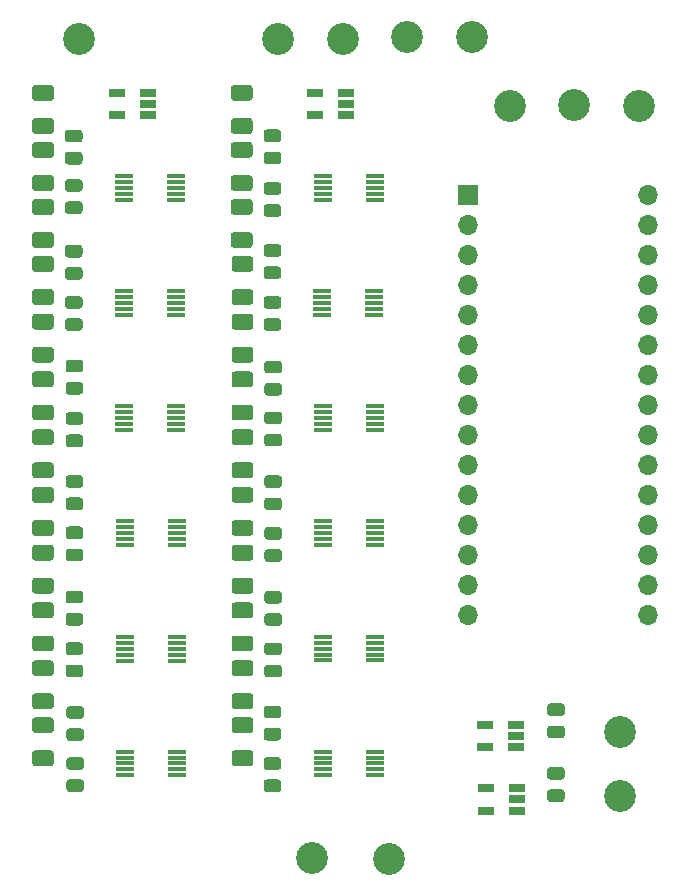
<source format=gbr>
%TF.GenerationSoftware,KiCad,Pcbnew,5.1.6-c6e7f7d~86~ubuntu18.04.1*%
%TF.CreationDate,2020-07-15T12:18:57+12:00*%
%TF.ProjectId,Volume Controller,566f6c75-6d65-4204-936f-6e74726f6c6c,rev?*%
%TF.SameCoordinates,Original*%
%TF.FileFunction,Soldermask,Top*%
%TF.FilePolarity,Negative*%
%FSLAX46Y46*%
G04 Gerber Fmt 4.6, Leading zero omitted, Abs format (unit mm)*
G04 Created by KiCad (PCBNEW 5.1.6-c6e7f7d~86~ubuntu18.04.1) date 2020-07-15 12:18:57*
%MOMM*%
%LPD*%
G01*
G04 APERTURE LIST*
%ADD10R,1.700000X1.700000*%
%ADD11O,1.700000X1.700000*%
%ADD12R,1.320000X0.750000*%
%ADD13R,1.500000X0.400000*%
%ADD14C,2.700000*%
G04 APERTURE END LIST*
D10*
%TO.C,A1*%
X171259500Y-61722000D03*
D11*
X186499500Y-94742000D03*
X171259500Y-64262000D03*
X186499500Y-92202000D03*
X171259500Y-66802000D03*
X186499500Y-89662000D03*
X171259500Y-69342000D03*
X186499500Y-87122000D03*
X171259500Y-71882000D03*
X186499500Y-84582000D03*
X171259500Y-74422000D03*
X186499500Y-82042000D03*
X171259500Y-76962000D03*
X186499500Y-79502000D03*
X171259500Y-79502000D03*
X186499500Y-76962000D03*
X171259500Y-82042000D03*
X186499500Y-74422000D03*
X171259500Y-84582000D03*
X186499500Y-71882000D03*
X171259500Y-87122000D03*
X186499500Y-69342000D03*
X171259500Y-89662000D03*
X186499500Y-66802000D03*
X171259500Y-92202000D03*
X186499500Y-64262000D03*
X171259500Y-94742000D03*
X186499500Y-61722000D03*
X171259500Y-97282000D03*
X186499500Y-97282000D03*
%TD*%
%TO.C,R1*%
G36*
G01*
X151430500Y-52408000D02*
X152740500Y-52408000D01*
G75*
G02*
X153010500Y-52678000I0J-270000D01*
G01*
X153010500Y-53488000D01*
G75*
G02*
X152740500Y-53758000I-270000J0D01*
G01*
X151430500Y-53758000D01*
G75*
G02*
X151160500Y-53488000I0J270000D01*
G01*
X151160500Y-52678000D01*
G75*
G02*
X151430500Y-52408000I270000J0D01*
G01*
G37*
G36*
G01*
X151430500Y-55208000D02*
X152740500Y-55208000D01*
G75*
G02*
X153010500Y-55478000I0J-270000D01*
G01*
X153010500Y-56288000D01*
G75*
G02*
X152740500Y-56558000I-270000J0D01*
G01*
X151430500Y-56558000D01*
G75*
G02*
X151160500Y-56288000I0J270000D01*
G01*
X151160500Y-55478000D01*
G75*
G02*
X151430500Y-55208000I270000J0D01*
G01*
G37*
%TD*%
%TO.C,R3*%
G36*
G01*
X151427500Y-57237000D02*
X152737500Y-57237000D01*
G75*
G02*
X153007500Y-57507000I0J-270000D01*
G01*
X153007500Y-58317000D01*
G75*
G02*
X152737500Y-58587000I-270000J0D01*
G01*
X151427500Y-58587000D01*
G75*
G02*
X151157500Y-58317000I0J270000D01*
G01*
X151157500Y-57507000D01*
G75*
G02*
X151427500Y-57237000I270000J0D01*
G01*
G37*
G36*
G01*
X151427500Y-60037000D02*
X152737500Y-60037000D01*
G75*
G02*
X153007500Y-60307000I0J-270000D01*
G01*
X153007500Y-61117000D01*
G75*
G02*
X152737500Y-61387000I-270000J0D01*
G01*
X151427500Y-61387000D01*
G75*
G02*
X151157500Y-61117000I0J270000D01*
G01*
X151157500Y-60307000D01*
G75*
G02*
X151427500Y-60037000I270000J0D01*
G01*
G37*
%TD*%
%TO.C,R5*%
G36*
G01*
X151427500Y-62063000D02*
X152737500Y-62063000D01*
G75*
G02*
X153007500Y-62333000I0J-270000D01*
G01*
X153007500Y-63143000D01*
G75*
G02*
X152737500Y-63413000I-270000J0D01*
G01*
X151427500Y-63413000D01*
G75*
G02*
X151157500Y-63143000I0J270000D01*
G01*
X151157500Y-62333000D01*
G75*
G02*
X151427500Y-62063000I270000J0D01*
G01*
G37*
G36*
G01*
X151427500Y-64863000D02*
X152737500Y-64863000D01*
G75*
G02*
X153007500Y-65133000I0J-270000D01*
G01*
X153007500Y-65943000D01*
G75*
G02*
X152737500Y-66213000I-270000J0D01*
G01*
X151427500Y-66213000D01*
G75*
G02*
X151157500Y-65943000I0J270000D01*
G01*
X151157500Y-65133000D01*
G75*
G02*
X151427500Y-64863000I270000J0D01*
G01*
G37*
%TD*%
%TO.C,R7*%
G36*
G01*
X151491000Y-66889000D02*
X152801000Y-66889000D01*
G75*
G02*
X153071000Y-67159000I0J-270000D01*
G01*
X153071000Y-67969000D01*
G75*
G02*
X152801000Y-68239000I-270000J0D01*
G01*
X151491000Y-68239000D01*
G75*
G02*
X151221000Y-67969000I0J270000D01*
G01*
X151221000Y-67159000D01*
G75*
G02*
X151491000Y-66889000I270000J0D01*
G01*
G37*
G36*
G01*
X151491000Y-69689000D02*
X152801000Y-69689000D01*
G75*
G02*
X153071000Y-69959000I0J-270000D01*
G01*
X153071000Y-70769000D01*
G75*
G02*
X152801000Y-71039000I-270000J0D01*
G01*
X151491000Y-71039000D01*
G75*
G02*
X151221000Y-70769000I0J270000D01*
G01*
X151221000Y-69959000D01*
G75*
G02*
X151491000Y-69689000I270000J0D01*
G01*
G37*
%TD*%
%TO.C,R9*%
G36*
G01*
X151491000Y-74575500D02*
X152801000Y-74575500D01*
G75*
G02*
X153071000Y-74845500I0J-270000D01*
G01*
X153071000Y-75655500D01*
G75*
G02*
X152801000Y-75925500I-270000J0D01*
G01*
X151491000Y-75925500D01*
G75*
G02*
X151221000Y-75655500I0J270000D01*
G01*
X151221000Y-74845500D01*
G75*
G02*
X151491000Y-74575500I270000J0D01*
G01*
G37*
G36*
G01*
X151491000Y-71775500D02*
X152801000Y-71775500D01*
G75*
G02*
X153071000Y-72045500I0J-270000D01*
G01*
X153071000Y-72855500D01*
G75*
G02*
X152801000Y-73125500I-270000J0D01*
G01*
X151491000Y-73125500D01*
G75*
G02*
X151221000Y-72855500I0J270000D01*
G01*
X151221000Y-72045500D01*
G75*
G02*
X151491000Y-71775500I270000J0D01*
G01*
G37*
%TD*%
%TO.C,R11*%
G36*
G01*
X151491000Y-76665000D02*
X152801000Y-76665000D01*
G75*
G02*
X153071000Y-76935000I0J-270000D01*
G01*
X153071000Y-77745000D01*
G75*
G02*
X152801000Y-78015000I-270000J0D01*
G01*
X151491000Y-78015000D01*
G75*
G02*
X151221000Y-77745000I0J270000D01*
G01*
X151221000Y-76935000D01*
G75*
G02*
X151491000Y-76665000I270000J0D01*
G01*
G37*
G36*
G01*
X151491000Y-79465000D02*
X152801000Y-79465000D01*
G75*
G02*
X153071000Y-79735000I0J-270000D01*
G01*
X153071000Y-80545000D01*
G75*
G02*
X152801000Y-80815000I-270000J0D01*
G01*
X151491000Y-80815000D01*
G75*
G02*
X151221000Y-80545000I0J270000D01*
G01*
X151221000Y-79735000D01*
G75*
G02*
X151491000Y-79465000I270000J0D01*
G01*
G37*
%TD*%
%TO.C,R13*%
G36*
G01*
X151491000Y-84357500D02*
X152801000Y-84357500D01*
G75*
G02*
X153071000Y-84627500I0J-270000D01*
G01*
X153071000Y-85437500D01*
G75*
G02*
X152801000Y-85707500I-270000J0D01*
G01*
X151491000Y-85707500D01*
G75*
G02*
X151221000Y-85437500I0J270000D01*
G01*
X151221000Y-84627500D01*
G75*
G02*
X151491000Y-84357500I270000J0D01*
G01*
G37*
G36*
G01*
X151491000Y-81557500D02*
X152801000Y-81557500D01*
G75*
G02*
X153071000Y-81827500I0J-270000D01*
G01*
X153071000Y-82637500D01*
G75*
G02*
X152801000Y-82907500I-270000J0D01*
G01*
X151491000Y-82907500D01*
G75*
G02*
X151221000Y-82637500I0J270000D01*
G01*
X151221000Y-81827500D01*
G75*
G02*
X151491000Y-81557500I270000J0D01*
G01*
G37*
%TD*%
%TO.C,R15*%
G36*
G01*
X151491000Y-89244000D02*
X152801000Y-89244000D01*
G75*
G02*
X153071000Y-89514000I0J-270000D01*
G01*
X153071000Y-90324000D01*
G75*
G02*
X152801000Y-90594000I-270000J0D01*
G01*
X151491000Y-90594000D01*
G75*
G02*
X151221000Y-90324000I0J270000D01*
G01*
X151221000Y-89514000D01*
G75*
G02*
X151491000Y-89244000I270000J0D01*
G01*
G37*
G36*
G01*
X151491000Y-86444000D02*
X152801000Y-86444000D01*
G75*
G02*
X153071000Y-86714000I0J-270000D01*
G01*
X153071000Y-87524000D01*
G75*
G02*
X152801000Y-87794000I-270000J0D01*
G01*
X151491000Y-87794000D01*
G75*
G02*
X151221000Y-87524000I0J270000D01*
G01*
X151221000Y-86714000D01*
G75*
G02*
X151491000Y-86444000I270000J0D01*
G01*
G37*
%TD*%
%TO.C,R17*%
G36*
G01*
X151491000Y-94136500D02*
X152801000Y-94136500D01*
G75*
G02*
X153071000Y-94406500I0J-270000D01*
G01*
X153071000Y-95216500D01*
G75*
G02*
X152801000Y-95486500I-270000J0D01*
G01*
X151491000Y-95486500D01*
G75*
G02*
X151221000Y-95216500I0J270000D01*
G01*
X151221000Y-94406500D01*
G75*
G02*
X151491000Y-94136500I270000J0D01*
G01*
G37*
G36*
G01*
X151491000Y-91336500D02*
X152801000Y-91336500D01*
G75*
G02*
X153071000Y-91606500I0J-270000D01*
G01*
X153071000Y-92416500D01*
G75*
G02*
X152801000Y-92686500I-270000J0D01*
G01*
X151491000Y-92686500D01*
G75*
G02*
X151221000Y-92416500I0J270000D01*
G01*
X151221000Y-91606500D01*
G75*
G02*
X151491000Y-91336500I270000J0D01*
G01*
G37*
%TD*%
%TO.C,R19*%
G36*
G01*
X151491000Y-99023000D02*
X152801000Y-99023000D01*
G75*
G02*
X153071000Y-99293000I0J-270000D01*
G01*
X153071000Y-100103000D01*
G75*
G02*
X152801000Y-100373000I-270000J0D01*
G01*
X151491000Y-100373000D01*
G75*
G02*
X151221000Y-100103000I0J270000D01*
G01*
X151221000Y-99293000D01*
G75*
G02*
X151491000Y-99023000I270000J0D01*
G01*
G37*
G36*
G01*
X151491000Y-96223000D02*
X152801000Y-96223000D01*
G75*
G02*
X153071000Y-96493000I0J-270000D01*
G01*
X153071000Y-97303000D01*
G75*
G02*
X152801000Y-97573000I-270000J0D01*
G01*
X151491000Y-97573000D01*
G75*
G02*
X151221000Y-97303000I0J270000D01*
G01*
X151221000Y-96493000D01*
G75*
G02*
X151491000Y-96223000I270000J0D01*
G01*
G37*
%TD*%
%TO.C,R21*%
G36*
G01*
X151491000Y-103915500D02*
X152801000Y-103915500D01*
G75*
G02*
X153071000Y-104185500I0J-270000D01*
G01*
X153071000Y-104995500D01*
G75*
G02*
X152801000Y-105265500I-270000J0D01*
G01*
X151491000Y-105265500D01*
G75*
G02*
X151221000Y-104995500I0J270000D01*
G01*
X151221000Y-104185500D01*
G75*
G02*
X151491000Y-103915500I270000J0D01*
G01*
G37*
G36*
G01*
X151491000Y-101115500D02*
X152801000Y-101115500D01*
G75*
G02*
X153071000Y-101385500I0J-270000D01*
G01*
X153071000Y-102195500D01*
G75*
G02*
X152801000Y-102465500I-270000J0D01*
G01*
X151491000Y-102465500D01*
G75*
G02*
X151221000Y-102195500I0J270000D01*
G01*
X151221000Y-101385500D01*
G75*
G02*
X151491000Y-101115500I270000J0D01*
G01*
G37*
%TD*%
%TO.C,R23*%
G36*
G01*
X151491000Y-108741500D02*
X152801000Y-108741500D01*
G75*
G02*
X153071000Y-109011500I0J-270000D01*
G01*
X153071000Y-109821500D01*
G75*
G02*
X152801000Y-110091500I-270000J0D01*
G01*
X151491000Y-110091500D01*
G75*
G02*
X151221000Y-109821500I0J270000D01*
G01*
X151221000Y-109011500D01*
G75*
G02*
X151491000Y-108741500I270000J0D01*
G01*
G37*
G36*
G01*
X151491000Y-105941500D02*
X152801000Y-105941500D01*
G75*
G02*
X153071000Y-106211500I0J-270000D01*
G01*
X153071000Y-107021500D01*
G75*
G02*
X152801000Y-107291500I-270000J0D01*
G01*
X151491000Y-107291500D01*
G75*
G02*
X151221000Y-107021500I0J270000D01*
G01*
X151221000Y-106211500D01*
G75*
G02*
X151491000Y-105941500I270000J0D01*
G01*
G37*
%TD*%
D12*
%TO.C,U1*%
X160885500Y-54986000D03*
X160885500Y-54036000D03*
X160885500Y-53086000D03*
X158265500Y-53086000D03*
X158265500Y-54986000D03*
%TD*%
D13*
%TO.C,U2*%
X158940500Y-62150500D03*
X158940500Y-61650500D03*
X158940500Y-61150500D03*
X158940500Y-60650500D03*
X158940500Y-60150500D03*
X163340500Y-60150500D03*
X163340500Y-60650500D03*
X163340500Y-61150500D03*
X163340500Y-61650500D03*
X163340500Y-62150500D03*
%TD*%
%TO.C,U3*%
X163322000Y-71866000D03*
X163322000Y-71366000D03*
X163322000Y-70866000D03*
X163322000Y-70366000D03*
X163322000Y-69866000D03*
X158922000Y-69866000D03*
X158922000Y-70366000D03*
X158922000Y-70866000D03*
X158922000Y-71366000D03*
X158922000Y-71866000D03*
%TD*%
%TO.C,U4*%
X163363000Y-81581500D03*
X163363000Y-81081500D03*
X163363000Y-80581500D03*
X163363000Y-80081500D03*
X163363000Y-79581500D03*
X158963000Y-79581500D03*
X158963000Y-80081500D03*
X158963000Y-80581500D03*
X158963000Y-81081500D03*
X158963000Y-81581500D03*
%TD*%
%TO.C,U5*%
X163363000Y-91360500D03*
X163363000Y-90860500D03*
X163363000Y-90360500D03*
X163363000Y-89860500D03*
X163363000Y-89360500D03*
X158963000Y-89360500D03*
X158963000Y-89860500D03*
X158963000Y-90360500D03*
X158963000Y-90860500D03*
X158963000Y-91360500D03*
%TD*%
%TO.C,U6*%
X158940500Y-101131500D03*
X158940500Y-100631500D03*
X158940500Y-100131500D03*
X158940500Y-99631500D03*
X158940500Y-99131500D03*
X163340500Y-99131500D03*
X163340500Y-99631500D03*
X163340500Y-100131500D03*
X163340500Y-100631500D03*
X163340500Y-101131500D03*
%TD*%
%TO.C,U7*%
X158963000Y-110855000D03*
X158963000Y-110355000D03*
X158963000Y-109855000D03*
X158963000Y-109355000D03*
X158963000Y-108855000D03*
X163363000Y-108855000D03*
X163363000Y-109355000D03*
X163363000Y-109855000D03*
X163363000Y-110355000D03*
X163363000Y-110855000D03*
%TD*%
D12*
%TO.C,U8*%
X172720000Y-108458000D03*
X172720000Y-106558000D03*
X175340000Y-106558000D03*
X175340000Y-107508000D03*
X175340000Y-108458000D03*
%TD*%
%TO.C,R8*%
G36*
G01*
X155167250Y-71358000D02*
X154204750Y-71358000D01*
G75*
G02*
X153936000Y-71089250I0J268750D01*
G01*
X153936000Y-70551750D01*
G75*
G02*
X154204750Y-70283000I268750J0D01*
G01*
X155167250Y-70283000D01*
G75*
G02*
X155436000Y-70551750I0J-268750D01*
G01*
X155436000Y-71089250D01*
G75*
G02*
X155167250Y-71358000I-268750J0D01*
G01*
G37*
G36*
G01*
X155167250Y-73233000D02*
X154204750Y-73233000D01*
G75*
G02*
X153936000Y-72964250I0J268750D01*
G01*
X153936000Y-72426750D01*
G75*
G02*
X154204750Y-72158000I268750J0D01*
G01*
X155167250Y-72158000D01*
G75*
G02*
X155436000Y-72426750I0J-268750D01*
G01*
X155436000Y-72964250D01*
G75*
G02*
X155167250Y-73233000I-268750J0D01*
G01*
G37*
%TD*%
%TO.C,R10*%
G36*
G01*
X155230750Y-78706000D02*
X154268250Y-78706000D01*
G75*
G02*
X153999500Y-78437250I0J268750D01*
G01*
X153999500Y-77899750D01*
G75*
G02*
X154268250Y-77631000I268750J0D01*
G01*
X155230750Y-77631000D01*
G75*
G02*
X155499500Y-77899750I0J-268750D01*
G01*
X155499500Y-78437250D01*
G75*
G02*
X155230750Y-78706000I-268750J0D01*
G01*
G37*
G36*
G01*
X155230750Y-76831000D02*
X154268250Y-76831000D01*
G75*
G02*
X153999500Y-76562250I0J268750D01*
G01*
X153999500Y-76024750D01*
G75*
G02*
X154268250Y-75756000I268750J0D01*
G01*
X155230750Y-75756000D01*
G75*
G02*
X155499500Y-76024750I0J-268750D01*
G01*
X155499500Y-76562250D01*
G75*
G02*
X155230750Y-76831000I-268750J0D01*
G01*
G37*
%TD*%
%TO.C,R12*%
G36*
G01*
X155230750Y-83012000D02*
X154268250Y-83012000D01*
G75*
G02*
X153999500Y-82743250I0J268750D01*
G01*
X153999500Y-82205750D01*
G75*
G02*
X154268250Y-81937000I268750J0D01*
G01*
X155230750Y-81937000D01*
G75*
G02*
X155499500Y-82205750I0J-268750D01*
G01*
X155499500Y-82743250D01*
G75*
G02*
X155230750Y-83012000I-268750J0D01*
G01*
G37*
G36*
G01*
X155230750Y-81137000D02*
X154268250Y-81137000D01*
G75*
G02*
X153999500Y-80868250I0J268750D01*
G01*
X153999500Y-80330750D01*
G75*
G02*
X154268250Y-80062000I268750J0D01*
G01*
X155230750Y-80062000D01*
G75*
G02*
X155499500Y-80330750I0J-268750D01*
G01*
X155499500Y-80868250D01*
G75*
G02*
X155230750Y-81137000I-268750J0D01*
G01*
G37*
%TD*%
%TO.C,R14*%
G36*
G01*
X155230750Y-86546500D02*
X154268250Y-86546500D01*
G75*
G02*
X153999500Y-86277750I0J268750D01*
G01*
X153999500Y-85740250D01*
G75*
G02*
X154268250Y-85471500I268750J0D01*
G01*
X155230750Y-85471500D01*
G75*
G02*
X155499500Y-85740250I0J-268750D01*
G01*
X155499500Y-86277750D01*
G75*
G02*
X155230750Y-86546500I-268750J0D01*
G01*
G37*
G36*
G01*
X155230750Y-88421500D02*
X154268250Y-88421500D01*
G75*
G02*
X153999500Y-88152750I0J268750D01*
G01*
X153999500Y-87615250D01*
G75*
G02*
X154268250Y-87346500I268750J0D01*
G01*
X155230750Y-87346500D01*
G75*
G02*
X155499500Y-87615250I0J-268750D01*
G01*
X155499500Y-88152750D01*
G75*
G02*
X155230750Y-88421500I-268750J0D01*
G01*
G37*
%TD*%
%TO.C,R16*%
G36*
G01*
X155230750Y-92791000D02*
X154268250Y-92791000D01*
G75*
G02*
X153999500Y-92522250I0J268750D01*
G01*
X153999500Y-91984750D01*
G75*
G02*
X154268250Y-91716000I268750J0D01*
G01*
X155230750Y-91716000D01*
G75*
G02*
X155499500Y-91984750I0J-268750D01*
G01*
X155499500Y-92522250D01*
G75*
G02*
X155230750Y-92791000I-268750J0D01*
G01*
G37*
G36*
G01*
X155230750Y-90916000D02*
X154268250Y-90916000D01*
G75*
G02*
X153999500Y-90647250I0J268750D01*
G01*
X153999500Y-90109750D01*
G75*
G02*
X154268250Y-89841000I268750J0D01*
G01*
X155230750Y-89841000D01*
G75*
G02*
X155499500Y-90109750I0J-268750D01*
G01*
X155499500Y-90647250D01*
G75*
G02*
X155230750Y-90916000I-268750J0D01*
G01*
G37*
%TD*%
%TO.C,R18*%
G36*
G01*
X155230750Y-98200500D02*
X154268250Y-98200500D01*
G75*
G02*
X153999500Y-97931750I0J268750D01*
G01*
X153999500Y-97394250D01*
G75*
G02*
X154268250Y-97125500I268750J0D01*
G01*
X155230750Y-97125500D01*
G75*
G02*
X155499500Y-97394250I0J-268750D01*
G01*
X155499500Y-97931750D01*
G75*
G02*
X155230750Y-98200500I-268750J0D01*
G01*
G37*
G36*
G01*
X155230750Y-96325500D02*
X154268250Y-96325500D01*
G75*
G02*
X153999500Y-96056750I0J268750D01*
G01*
X153999500Y-95519250D01*
G75*
G02*
X154268250Y-95250500I268750J0D01*
G01*
X155230750Y-95250500D01*
G75*
G02*
X155499500Y-95519250I0J-268750D01*
G01*
X155499500Y-96056750D01*
G75*
G02*
X155230750Y-96325500I-268750J0D01*
G01*
G37*
%TD*%
%TO.C,R20*%
G36*
G01*
X155230750Y-100695000D02*
X154268250Y-100695000D01*
G75*
G02*
X153999500Y-100426250I0J268750D01*
G01*
X153999500Y-99888750D01*
G75*
G02*
X154268250Y-99620000I268750J0D01*
G01*
X155230750Y-99620000D01*
G75*
G02*
X155499500Y-99888750I0J-268750D01*
G01*
X155499500Y-100426250D01*
G75*
G02*
X155230750Y-100695000I-268750J0D01*
G01*
G37*
G36*
G01*
X155230750Y-102570000D02*
X154268250Y-102570000D01*
G75*
G02*
X153999500Y-102301250I0J268750D01*
G01*
X153999500Y-101763750D01*
G75*
G02*
X154268250Y-101495000I268750J0D01*
G01*
X155230750Y-101495000D01*
G75*
G02*
X155499500Y-101763750I0J-268750D01*
G01*
X155499500Y-102301250D01*
G75*
G02*
X155230750Y-102570000I-268750J0D01*
G01*
G37*
%TD*%
%TO.C,R22*%
G36*
G01*
X155167250Y-106041000D02*
X154204750Y-106041000D01*
G75*
G02*
X153936000Y-105772250I0J268750D01*
G01*
X153936000Y-105234750D01*
G75*
G02*
X154204750Y-104966000I268750J0D01*
G01*
X155167250Y-104966000D01*
G75*
G02*
X155436000Y-105234750I0J-268750D01*
G01*
X155436000Y-105772250D01*
G75*
G02*
X155167250Y-106041000I-268750J0D01*
G01*
G37*
G36*
G01*
X155167250Y-107916000D02*
X154204750Y-107916000D01*
G75*
G02*
X153936000Y-107647250I0J268750D01*
G01*
X153936000Y-107109750D01*
G75*
G02*
X154204750Y-106841000I268750J0D01*
G01*
X155167250Y-106841000D01*
G75*
G02*
X155436000Y-107109750I0J-268750D01*
G01*
X155436000Y-107647250D01*
G75*
G02*
X155167250Y-107916000I-268750J0D01*
G01*
G37*
%TD*%
%TO.C,R24*%
G36*
G01*
X155167250Y-112285500D02*
X154204750Y-112285500D01*
G75*
G02*
X153936000Y-112016750I0J268750D01*
G01*
X153936000Y-111479250D01*
G75*
G02*
X154204750Y-111210500I268750J0D01*
G01*
X155167250Y-111210500D01*
G75*
G02*
X155436000Y-111479250I0J-268750D01*
G01*
X155436000Y-112016750D01*
G75*
G02*
X155167250Y-112285500I-268750J0D01*
G01*
G37*
G36*
G01*
X155167250Y-110410500D02*
X154204750Y-110410500D01*
G75*
G02*
X153936000Y-110141750I0J268750D01*
G01*
X153936000Y-109604250D01*
G75*
G02*
X154204750Y-109335500I268750J0D01*
G01*
X155167250Y-109335500D01*
G75*
G02*
X155436000Y-109604250I0J-268750D01*
G01*
X155436000Y-110141750D01*
G75*
G02*
X155167250Y-110410500I-268750J0D01*
G01*
G37*
%TD*%
%TO.C,R2*%
G36*
G01*
X155167250Y-57249000D02*
X154204750Y-57249000D01*
G75*
G02*
X153936000Y-56980250I0J268750D01*
G01*
X153936000Y-56442750D01*
G75*
G02*
X154204750Y-56174000I268750J0D01*
G01*
X155167250Y-56174000D01*
G75*
G02*
X155436000Y-56442750I0J-268750D01*
G01*
X155436000Y-56980250D01*
G75*
G02*
X155167250Y-57249000I-268750J0D01*
G01*
G37*
G36*
G01*
X155167250Y-59124000D02*
X154204750Y-59124000D01*
G75*
G02*
X153936000Y-58855250I0J268750D01*
G01*
X153936000Y-58317750D01*
G75*
G02*
X154204750Y-58049000I268750J0D01*
G01*
X155167250Y-58049000D01*
G75*
G02*
X155436000Y-58317750I0J-268750D01*
G01*
X155436000Y-58855250D01*
G75*
G02*
X155167250Y-59124000I-268750J0D01*
G01*
G37*
%TD*%
%TO.C,R4*%
G36*
G01*
X155167250Y-63581000D02*
X154204750Y-63581000D01*
G75*
G02*
X153936000Y-63312250I0J268750D01*
G01*
X153936000Y-62774750D01*
G75*
G02*
X154204750Y-62506000I268750J0D01*
G01*
X155167250Y-62506000D01*
G75*
G02*
X155436000Y-62774750I0J-268750D01*
G01*
X155436000Y-63312250D01*
G75*
G02*
X155167250Y-63581000I-268750J0D01*
G01*
G37*
G36*
G01*
X155167250Y-61706000D02*
X154204750Y-61706000D01*
G75*
G02*
X153936000Y-61437250I0J268750D01*
G01*
X153936000Y-60899750D01*
G75*
G02*
X154204750Y-60631000I268750J0D01*
G01*
X155167250Y-60631000D01*
G75*
G02*
X155436000Y-60899750I0J-268750D01*
G01*
X155436000Y-61437250D01*
G75*
G02*
X155167250Y-61706000I-268750J0D01*
G01*
G37*
%TD*%
%TO.C,R6*%
G36*
G01*
X155167250Y-68839500D02*
X154204750Y-68839500D01*
G75*
G02*
X153936000Y-68570750I0J268750D01*
G01*
X153936000Y-68033250D01*
G75*
G02*
X154204750Y-67764500I268750J0D01*
G01*
X155167250Y-67764500D01*
G75*
G02*
X155436000Y-68033250I0J-268750D01*
G01*
X155436000Y-68570750D01*
G75*
G02*
X155167250Y-68839500I-268750J0D01*
G01*
G37*
G36*
G01*
X155167250Y-66964500D02*
X154204750Y-66964500D01*
G75*
G02*
X153936000Y-66695750I0J268750D01*
G01*
X153936000Y-66158250D01*
G75*
G02*
X154204750Y-65889500I268750J0D01*
G01*
X155167250Y-65889500D01*
G75*
G02*
X155436000Y-66158250I0J-268750D01*
G01*
X155436000Y-66695750D01*
G75*
G02*
X155167250Y-66964500I-268750J0D01*
G01*
G37*
%TD*%
D14*
%TO.C,+5V1*%
X185737500Y-54165500D03*
%TD*%
%TO.C,GND1*%
X164592000Y-117919500D03*
%TD*%
%TO.C,GNDA1*%
X158051500Y-117856000D03*
%TD*%
%TO.C,J1*%
X160655000Y-48514000D03*
%TD*%
%TO.C,J2*%
X166052500Y-48387000D03*
%TD*%
%TO.C,J3*%
X171577000Y-48387000D03*
%TD*%
%TO.C,ModeSelect1*%
X174815500Y-54165500D03*
%TD*%
%TO.C,ModeSelect2*%
X180213000Y-54102000D03*
%TD*%
%TO.C,R25*%
G36*
G01*
X179170250Y-107725500D02*
X178207750Y-107725500D01*
G75*
G02*
X177939000Y-107456750I0J268750D01*
G01*
X177939000Y-106919250D01*
G75*
G02*
X178207750Y-106650500I268750J0D01*
G01*
X179170250Y-106650500D01*
G75*
G02*
X179439000Y-106919250I0J-268750D01*
G01*
X179439000Y-107456750D01*
G75*
G02*
X179170250Y-107725500I-268750J0D01*
G01*
G37*
G36*
G01*
X179170250Y-105850500D02*
X178207750Y-105850500D01*
G75*
G02*
X177939000Y-105581750I0J268750D01*
G01*
X177939000Y-105044250D01*
G75*
G02*
X178207750Y-104775500I268750J0D01*
G01*
X179170250Y-104775500D01*
G75*
G02*
X179439000Y-105044250I0J-268750D01*
G01*
X179439000Y-105581750D01*
G75*
G02*
X179170250Y-105850500I-268750J0D01*
G01*
G37*
%TD*%
%TO.C,R26*%
G36*
G01*
X179170250Y-113108000D02*
X178207750Y-113108000D01*
G75*
G02*
X177939000Y-112839250I0J268750D01*
G01*
X177939000Y-112301750D01*
G75*
G02*
X178207750Y-112033000I268750J0D01*
G01*
X179170250Y-112033000D01*
G75*
G02*
X179439000Y-112301750I0J-268750D01*
G01*
X179439000Y-112839250D01*
G75*
G02*
X179170250Y-113108000I-268750J0D01*
G01*
G37*
G36*
G01*
X179170250Y-111233000D02*
X178207750Y-111233000D01*
G75*
G02*
X177939000Y-110964250I0J268750D01*
G01*
X177939000Y-110426750D01*
G75*
G02*
X178207750Y-110158000I268750J0D01*
G01*
X179170250Y-110158000D01*
G75*
G02*
X179439000Y-110426750I0J-268750D01*
G01*
X179439000Y-110964250D01*
G75*
G02*
X179170250Y-111233000I-268750J0D01*
G01*
G37*
%TD*%
%TO.C,R27*%
G36*
G01*
X134600000Y-52405000D02*
X135910000Y-52405000D01*
G75*
G02*
X136180000Y-52675000I0J-270000D01*
G01*
X136180000Y-53485000D01*
G75*
G02*
X135910000Y-53755000I-270000J0D01*
G01*
X134600000Y-53755000D01*
G75*
G02*
X134330000Y-53485000I0J270000D01*
G01*
X134330000Y-52675000D01*
G75*
G02*
X134600000Y-52405000I270000J0D01*
G01*
G37*
G36*
G01*
X134600000Y-55205000D02*
X135910000Y-55205000D01*
G75*
G02*
X136180000Y-55475000I0J-270000D01*
G01*
X136180000Y-56285000D01*
G75*
G02*
X135910000Y-56555000I-270000J0D01*
G01*
X134600000Y-56555000D01*
G75*
G02*
X134330000Y-56285000I0J270000D01*
G01*
X134330000Y-55475000D01*
G75*
G02*
X134600000Y-55205000I270000J0D01*
G01*
G37*
%TD*%
%TO.C,R28*%
G36*
G01*
X138339750Y-57273000D02*
X137377250Y-57273000D01*
G75*
G02*
X137108500Y-57004250I0J268750D01*
G01*
X137108500Y-56466750D01*
G75*
G02*
X137377250Y-56198000I268750J0D01*
G01*
X138339750Y-56198000D01*
G75*
G02*
X138608500Y-56466750I0J-268750D01*
G01*
X138608500Y-57004250D01*
G75*
G02*
X138339750Y-57273000I-268750J0D01*
G01*
G37*
G36*
G01*
X138339750Y-59148000D02*
X137377250Y-59148000D01*
G75*
G02*
X137108500Y-58879250I0J268750D01*
G01*
X137108500Y-58341750D01*
G75*
G02*
X137377250Y-58073000I268750J0D01*
G01*
X138339750Y-58073000D01*
G75*
G02*
X138608500Y-58341750I0J-268750D01*
G01*
X138608500Y-58879250D01*
G75*
G02*
X138339750Y-59148000I-268750J0D01*
G01*
G37*
%TD*%
%TO.C,R29*%
G36*
G01*
X134600000Y-57237000D02*
X135910000Y-57237000D01*
G75*
G02*
X136180000Y-57507000I0J-270000D01*
G01*
X136180000Y-58317000D01*
G75*
G02*
X135910000Y-58587000I-270000J0D01*
G01*
X134600000Y-58587000D01*
G75*
G02*
X134330000Y-58317000I0J270000D01*
G01*
X134330000Y-57507000D01*
G75*
G02*
X134600000Y-57237000I270000J0D01*
G01*
G37*
G36*
G01*
X134600000Y-60037000D02*
X135910000Y-60037000D01*
G75*
G02*
X136180000Y-60307000I0J-270000D01*
G01*
X136180000Y-61117000D01*
G75*
G02*
X135910000Y-61387000I-270000J0D01*
G01*
X134600000Y-61387000D01*
G75*
G02*
X134330000Y-61117000I0J270000D01*
G01*
X134330000Y-60307000D01*
G75*
G02*
X134600000Y-60037000I270000J0D01*
G01*
G37*
%TD*%
%TO.C,R30*%
G36*
G01*
X138339750Y-63339000D02*
X137377250Y-63339000D01*
G75*
G02*
X137108500Y-63070250I0J268750D01*
G01*
X137108500Y-62532750D01*
G75*
G02*
X137377250Y-62264000I268750J0D01*
G01*
X138339750Y-62264000D01*
G75*
G02*
X138608500Y-62532750I0J-268750D01*
G01*
X138608500Y-63070250D01*
G75*
G02*
X138339750Y-63339000I-268750J0D01*
G01*
G37*
G36*
G01*
X138339750Y-61464000D02*
X137377250Y-61464000D01*
G75*
G02*
X137108500Y-61195250I0J268750D01*
G01*
X137108500Y-60657750D01*
G75*
G02*
X137377250Y-60389000I268750J0D01*
G01*
X138339750Y-60389000D01*
G75*
G02*
X138608500Y-60657750I0J-268750D01*
G01*
X138608500Y-61195250D01*
G75*
G02*
X138339750Y-61464000I-268750J0D01*
G01*
G37*
%TD*%
%TO.C,R31*%
G36*
G01*
X134600000Y-64863000D02*
X135910000Y-64863000D01*
G75*
G02*
X136180000Y-65133000I0J-270000D01*
G01*
X136180000Y-65943000D01*
G75*
G02*
X135910000Y-66213000I-270000J0D01*
G01*
X134600000Y-66213000D01*
G75*
G02*
X134330000Y-65943000I0J270000D01*
G01*
X134330000Y-65133000D01*
G75*
G02*
X134600000Y-64863000I270000J0D01*
G01*
G37*
G36*
G01*
X134600000Y-62063000D02*
X135910000Y-62063000D01*
G75*
G02*
X136180000Y-62333000I0J-270000D01*
G01*
X136180000Y-63143000D01*
G75*
G02*
X135910000Y-63413000I-270000J0D01*
G01*
X134600000Y-63413000D01*
G75*
G02*
X134330000Y-63143000I0J270000D01*
G01*
X134330000Y-62333000D01*
G75*
G02*
X134600000Y-62063000I270000J0D01*
G01*
G37*
%TD*%
%TO.C,R32*%
G36*
G01*
X138339750Y-67022000D02*
X137377250Y-67022000D01*
G75*
G02*
X137108500Y-66753250I0J268750D01*
G01*
X137108500Y-66215750D01*
G75*
G02*
X137377250Y-65947000I268750J0D01*
G01*
X138339750Y-65947000D01*
G75*
G02*
X138608500Y-66215750I0J-268750D01*
G01*
X138608500Y-66753250D01*
G75*
G02*
X138339750Y-67022000I-268750J0D01*
G01*
G37*
G36*
G01*
X138339750Y-68897000D02*
X137377250Y-68897000D01*
G75*
G02*
X137108500Y-68628250I0J268750D01*
G01*
X137108500Y-68090750D01*
G75*
G02*
X137377250Y-67822000I268750J0D01*
G01*
X138339750Y-67822000D01*
G75*
G02*
X138608500Y-68090750I0J-268750D01*
G01*
X138608500Y-68628250D01*
G75*
G02*
X138339750Y-68897000I-268750J0D01*
G01*
G37*
%TD*%
%TO.C,R33*%
G36*
G01*
X134600000Y-69686000D02*
X135910000Y-69686000D01*
G75*
G02*
X136180000Y-69956000I0J-270000D01*
G01*
X136180000Y-70766000D01*
G75*
G02*
X135910000Y-71036000I-270000J0D01*
G01*
X134600000Y-71036000D01*
G75*
G02*
X134330000Y-70766000I0J270000D01*
G01*
X134330000Y-69956000D01*
G75*
G02*
X134600000Y-69686000I270000J0D01*
G01*
G37*
G36*
G01*
X134600000Y-66886000D02*
X135910000Y-66886000D01*
G75*
G02*
X136180000Y-67156000I0J-270000D01*
G01*
X136180000Y-67966000D01*
G75*
G02*
X135910000Y-68236000I-270000J0D01*
G01*
X134600000Y-68236000D01*
G75*
G02*
X134330000Y-67966000I0J270000D01*
G01*
X134330000Y-67156000D01*
G75*
G02*
X134600000Y-66886000I270000J0D01*
G01*
G37*
%TD*%
%TO.C,R34*%
G36*
G01*
X138339750Y-71355000D02*
X137377250Y-71355000D01*
G75*
G02*
X137108500Y-71086250I0J268750D01*
G01*
X137108500Y-70548750D01*
G75*
G02*
X137377250Y-70280000I268750J0D01*
G01*
X138339750Y-70280000D01*
G75*
G02*
X138608500Y-70548750I0J-268750D01*
G01*
X138608500Y-71086250D01*
G75*
G02*
X138339750Y-71355000I-268750J0D01*
G01*
G37*
G36*
G01*
X138339750Y-73230000D02*
X137377250Y-73230000D01*
G75*
G02*
X137108500Y-72961250I0J268750D01*
G01*
X137108500Y-72423750D01*
G75*
G02*
X137377250Y-72155000I268750J0D01*
G01*
X138339750Y-72155000D01*
G75*
G02*
X138608500Y-72423750I0J-268750D01*
G01*
X138608500Y-72961250D01*
G75*
G02*
X138339750Y-73230000I-268750J0D01*
G01*
G37*
%TD*%
%TO.C,R35*%
G36*
G01*
X134600000Y-71775500D02*
X135910000Y-71775500D01*
G75*
G02*
X136180000Y-72045500I0J-270000D01*
G01*
X136180000Y-72855500D01*
G75*
G02*
X135910000Y-73125500I-270000J0D01*
G01*
X134600000Y-73125500D01*
G75*
G02*
X134330000Y-72855500I0J270000D01*
G01*
X134330000Y-72045500D01*
G75*
G02*
X134600000Y-71775500I270000J0D01*
G01*
G37*
G36*
G01*
X134600000Y-74575500D02*
X135910000Y-74575500D01*
G75*
G02*
X136180000Y-74845500I0J-270000D01*
G01*
X136180000Y-75655500D01*
G75*
G02*
X135910000Y-75925500I-270000J0D01*
G01*
X134600000Y-75925500D01*
G75*
G02*
X134330000Y-75655500I0J270000D01*
G01*
X134330000Y-74845500D01*
G75*
G02*
X134600000Y-74575500I270000J0D01*
G01*
G37*
%TD*%
%TO.C,R36*%
G36*
G01*
X138403250Y-78627500D02*
X137440750Y-78627500D01*
G75*
G02*
X137172000Y-78358750I0J268750D01*
G01*
X137172000Y-77821250D01*
G75*
G02*
X137440750Y-77552500I268750J0D01*
G01*
X138403250Y-77552500D01*
G75*
G02*
X138672000Y-77821250I0J-268750D01*
G01*
X138672000Y-78358750D01*
G75*
G02*
X138403250Y-78627500I-268750J0D01*
G01*
G37*
G36*
G01*
X138403250Y-76752500D02*
X137440750Y-76752500D01*
G75*
G02*
X137172000Y-76483750I0J268750D01*
G01*
X137172000Y-75946250D01*
G75*
G02*
X137440750Y-75677500I268750J0D01*
G01*
X138403250Y-75677500D01*
G75*
G02*
X138672000Y-75946250I0J-268750D01*
G01*
X138672000Y-76483750D01*
G75*
G02*
X138403250Y-76752500I-268750J0D01*
G01*
G37*
%TD*%
%TO.C,R37*%
G36*
G01*
X134600000Y-79465000D02*
X135910000Y-79465000D01*
G75*
G02*
X136180000Y-79735000I0J-270000D01*
G01*
X136180000Y-80545000D01*
G75*
G02*
X135910000Y-80815000I-270000J0D01*
G01*
X134600000Y-80815000D01*
G75*
G02*
X134330000Y-80545000I0J270000D01*
G01*
X134330000Y-79735000D01*
G75*
G02*
X134600000Y-79465000I270000J0D01*
G01*
G37*
G36*
G01*
X134600000Y-76665000D02*
X135910000Y-76665000D01*
G75*
G02*
X136180000Y-76935000I0J-270000D01*
G01*
X136180000Y-77745000D01*
G75*
G02*
X135910000Y-78015000I-270000J0D01*
G01*
X134600000Y-78015000D01*
G75*
G02*
X134330000Y-77745000I0J270000D01*
G01*
X134330000Y-76935000D01*
G75*
G02*
X134600000Y-76665000I270000J0D01*
G01*
G37*
%TD*%
%TO.C,R38*%
G36*
G01*
X138403250Y-81197500D02*
X137440750Y-81197500D01*
G75*
G02*
X137172000Y-80928750I0J268750D01*
G01*
X137172000Y-80391250D01*
G75*
G02*
X137440750Y-80122500I268750J0D01*
G01*
X138403250Y-80122500D01*
G75*
G02*
X138672000Y-80391250I0J-268750D01*
G01*
X138672000Y-80928750D01*
G75*
G02*
X138403250Y-81197500I-268750J0D01*
G01*
G37*
G36*
G01*
X138403250Y-83072500D02*
X137440750Y-83072500D01*
G75*
G02*
X137172000Y-82803750I0J268750D01*
G01*
X137172000Y-82266250D01*
G75*
G02*
X137440750Y-81997500I268750J0D01*
G01*
X138403250Y-81997500D01*
G75*
G02*
X138672000Y-82266250I0J-268750D01*
G01*
X138672000Y-82803750D01*
G75*
G02*
X138403250Y-83072500I-268750J0D01*
G01*
G37*
%TD*%
%TO.C,R39*%
G36*
G01*
X134600000Y-81554500D02*
X135910000Y-81554500D01*
G75*
G02*
X136180000Y-81824500I0J-270000D01*
G01*
X136180000Y-82634500D01*
G75*
G02*
X135910000Y-82904500I-270000J0D01*
G01*
X134600000Y-82904500D01*
G75*
G02*
X134330000Y-82634500I0J270000D01*
G01*
X134330000Y-81824500D01*
G75*
G02*
X134600000Y-81554500I270000J0D01*
G01*
G37*
G36*
G01*
X134600000Y-84354500D02*
X135910000Y-84354500D01*
G75*
G02*
X136180000Y-84624500I0J-270000D01*
G01*
X136180000Y-85434500D01*
G75*
G02*
X135910000Y-85704500I-270000J0D01*
G01*
X134600000Y-85704500D01*
G75*
G02*
X134330000Y-85434500I0J270000D01*
G01*
X134330000Y-84624500D01*
G75*
G02*
X134600000Y-84354500I270000J0D01*
G01*
G37*
%TD*%
%TO.C,R40*%
G36*
G01*
X138403250Y-88406500D02*
X137440750Y-88406500D01*
G75*
G02*
X137172000Y-88137750I0J268750D01*
G01*
X137172000Y-87600250D01*
G75*
G02*
X137440750Y-87331500I268750J0D01*
G01*
X138403250Y-87331500D01*
G75*
G02*
X138672000Y-87600250I0J-268750D01*
G01*
X138672000Y-88137750D01*
G75*
G02*
X138403250Y-88406500I-268750J0D01*
G01*
G37*
G36*
G01*
X138403250Y-86531500D02*
X137440750Y-86531500D01*
G75*
G02*
X137172000Y-86262750I0J268750D01*
G01*
X137172000Y-85725250D01*
G75*
G02*
X137440750Y-85456500I268750J0D01*
G01*
X138403250Y-85456500D01*
G75*
G02*
X138672000Y-85725250I0J-268750D01*
G01*
X138672000Y-86262750D01*
G75*
G02*
X138403250Y-86531500I-268750J0D01*
G01*
G37*
%TD*%
%TO.C,R41*%
G36*
G01*
X134600000Y-89247000D02*
X135910000Y-89247000D01*
G75*
G02*
X136180000Y-89517000I0J-270000D01*
G01*
X136180000Y-90327000D01*
G75*
G02*
X135910000Y-90597000I-270000J0D01*
G01*
X134600000Y-90597000D01*
G75*
G02*
X134330000Y-90327000I0J270000D01*
G01*
X134330000Y-89517000D01*
G75*
G02*
X134600000Y-89247000I270000J0D01*
G01*
G37*
G36*
G01*
X134600000Y-86447000D02*
X135910000Y-86447000D01*
G75*
G02*
X136180000Y-86717000I0J-270000D01*
G01*
X136180000Y-87527000D01*
G75*
G02*
X135910000Y-87797000I-270000J0D01*
G01*
X134600000Y-87797000D01*
G75*
G02*
X134330000Y-87527000I0J270000D01*
G01*
X134330000Y-86717000D01*
G75*
G02*
X134600000Y-86447000I270000J0D01*
G01*
G37*
%TD*%
%TO.C,R42*%
G36*
G01*
X138403250Y-90864500D02*
X137440750Y-90864500D01*
G75*
G02*
X137172000Y-90595750I0J268750D01*
G01*
X137172000Y-90058250D01*
G75*
G02*
X137440750Y-89789500I268750J0D01*
G01*
X138403250Y-89789500D01*
G75*
G02*
X138672000Y-90058250I0J-268750D01*
G01*
X138672000Y-90595750D01*
G75*
G02*
X138403250Y-90864500I-268750J0D01*
G01*
G37*
G36*
G01*
X138403250Y-92739500D02*
X137440750Y-92739500D01*
G75*
G02*
X137172000Y-92470750I0J268750D01*
G01*
X137172000Y-91933250D01*
G75*
G02*
X137440750Y-91664500I268750J0D01*
G01*
X138403250Y-91664500D01*
G75*
G02*
X138672000Y-91933250I0J-268750D01*
G01*
X138672000Y-92470750D01*
G75*
G02*
X138403250Y-92739500I-268750J0D01*
G01*
G37*
%TD*%
%TO.C,R43*%
G36*
G01*
X134600000Y-91333500D02*
X135910000Y-91333500D01*
G75*
G02*
X136180000Y-91603500I0J-270000D01*
G01*
X136180000Y-92413500D01*
G75*
G02*
X135910000Y-92683500I-270000J0D01*
G01*
X134600000Y-92683500D01*
G75*
G02*
X134330000Y-92413500I0J270000D01*
G01*
X134330000Y-91603500D01*
G75*
G02*
X134600000Y-91333500I270000J0D01*
G01*
G37*
G36*
G01*
X134600000Y-94133500D02*
X135910000Y-94133500D01*
G75*
G02*
X136180000Y-94403500I0J-270000D01*
G01*
X136180000Y-95213500D01*
G75*
G02*
X135910000Y-95483500I-270000J0D01*
G01*
X134600000Y-95483500D01*
G75*
G02*
X134330000Y-95213500I0J270000D01*
G01*
X134330000Y-94403500D01*
G75*
G02*
X134600000Y-94133500I270000J0D01*
G01*
G37*
%TD*%
%TO.C,R44*%
G36*
G01*
X138403250Y-98185500D02*
X137440750Y-98185500D01*
G75*
G02*
X137172000Y-97916750I0J268750D01*
G01*
X137172000Y-97379250D01*
G75*
G02*
X137440750Y-97110500I268750J0D01*
G01*
X138403250Y-97110500D01*
G75*
G02*
X138672000Y-97379250I0J-268750D01*
G01*
X138672000Y-97916750D01*
G75*
G02*
X138403250Y-98185500I-268750J0D01*
G01*
G37*
G36*
G01*
X138403250Y-96310500D02*
X137440750Y-96310500D01*
G75*
G02*
X137172000Y-96041750I0J268750D01*
G01*
X137172000Y-95504250D01*
G75*
G02*
X137440750Y-95235500I268750J0D01*
G01*
X138403250Y-95235500D01*
G75*
G02*
X138672000Y-95504250I0J-268750D01*
G01*
X138672000Y-96041750D01*
G75*
G02*
X138403250Y-96310500I-268750J0D01*
G01*
G37*
%TD*%
%TO.C,R45*%
G36*
G01*
X134600000Y-96223000D02*
X135910000Y-96223000D01*
G75*
G02*
X136180000Y-96493000I0J-270000D01*
G01*
X136180000Y-97303000D01*
G75*
G02*
X135910000Y-97573000I-270000J0D01*
G01*
X134600000Y-97573000D01*
G75*
G02*
X134330000Y-97303000I0J270000D01*
G01*
X134330000Y-96493000D01*
G75*
G02*
X134600000Y-96223000I270000J0D01*
G01*
G37*
G36*
G01*
X134600000Y-99023000D02*
X135910000Y-99023000D01*
G75*
G02*
X136180000Y-99293000I0J-270000D01*
G01*
X136180000Y-100103000D01*
G75*
G02*
X135910000Y-100373000I-270000J0D01*
G01*
X134600000Y-100373000D01*
G75*
G02*
X134330000Y-100103000I0J270000D01*
G01*
X134330000Y-99293000D01*
G75*
G02*
X134600000Y-99023000I270000J0D01*
G01*
G37*
%TD*%
%TO.C,R46*%
G36*
G01*
X138403250Y-100677000D02*
X137440750Y-100677000D01*
G75*
G02*
X137172000Y-100408250I0J268750D01*
G01*
X137172000Y-99870750D01*
G75*
G02*
X137440750Y-99602000I268750J0D01*
G01*
X138403250Y-99602000D01*
G75*
G02*
X138672000Y-99870750I0J-268750D01*
G01*
X138672000Y-100408250D01*
G75*
G02*
X138403250Y-100677000I-268750J0D01*
G01*
G37*
G36*
G01*
X138403250Y-102552000D02*
X137440750Y-102552000D01*
G75*
G02*
X137172000Y-102283250I0J268750D01*
G01*
X137172000Y-101745750D01*
G75*
G02*
X137440750Y-101477000I268750J0D01*
G01*
X138403250Y-101477000D01*
G75*
G02*
X138672000Y-101745750I0J-268750D01*
G01*
X138672000Y-102283250D01*
G75*
G02*
X138403250Y-102552000I-268750J0D01*
G01*
G37*
%TD*%
%TO.C,R47*%
G36*
G01*
X134600000Y-103912500D02*
X135910000Y-103912500D01*
G75*
G02*
X136180000Y-104182500I0J-270000D01*
G01*
X136180000Y-104992500D01*
G75*
G02*
X135910000Y-105262500I-270000J0D01*
G01*
X134600000Y-105262500D01*
G75*
G02*
X134330000Y-104992500I0J270000D01*
G01*
X134330000Y-104182500D01*
G75*
G02*
X134600000Y-103912500I270000J0D01*
G01*
G37*
G36*
G01*
X134600000Y-101112500D02*
X135910000Y-101112500D01*
G75*
G02*
X136180000Y-101382500I0J-270000D01*
G01*
X136180000Y-102192500D01*
G75*
G02*
X135910000Y-102462500I-270000J0D01*
G01*
X134600000Y-102462500D01*
G75*
G02*
X134330000Y-102192500I0J270000D01*
G01*
X134330000Y-101382500D01*
G75*
G02*
X134600000Y-101112500I270000J0D01*
G01*
G37*
%TD*%
%TO.C,R48*%
G36*
G01*
X138466750Y-107949500D02*
X137504250Y-107949500D01*
G75*
G02*
X137235500Y-107680750I0J268750D01*
G01*
X137235500Y-107143250D01*
G75*
G02*
X137504250Y-106874500I268750J0D01*
G01*
X138466750Y-106874500D01*
G75*
G02*
X138735500Y-107143250I0J-268750D01*
G01*
X138735500Y-107680750D01*
G75*
G02*
X138466750Y-107949500I-268750J0D01*
G01*
G37*
G36*
G01*
X138466750Y-106074500D02*
X137504250Y-106074500D01*
G75*
G02*
X137235500Y-105805750I0J268750D01*
G01*
X137235500Y-105268250D01*
G75*
G02*
X137504250Y-104999500I268750J0D01*
G01*
X138466750Y-104999500D01*
G75*
G02*
X138735500Y-105268250I0J-268750D01*
G01*
X138735500Y-105805750D01*
G75*
G02*
X138466750Y-106074500I-268750J0D01*
G01*
G37*
%TD*%
%TO.C,R49*%
G36*
G01*
X134600000Y-108741500D02*
X135910000Y-108741500D01*
G75*
G02*
X136180000Y-109011500I0J-270000D01*
G01*
X136180000Y-109821500D01*
G75*
G02*
X135910000Y-110091500I-270000J0D01*
G01*
X134600000Y-110091500D01*
G75*
G02*
X134330000Y-109821500I0J270000D01*
G01*
X134330000Y-109011500D01*
G75*
G02*
X134600000Y-108741500I270000J0D01*
G01*
G37*
G36*
G01*
X134600000Y-105941500D02*
X135910000Y-105941500D01*
G75*
G02*
X136180000Y-106211500I0J-270000D01*
G01*
X136180000Y-107021500D01*
G75*
G02*
X135910000Y-107291500I-270000J0D01*
G01*
X134600000Y-107291500D01*
G75*
G02*
X134330000Y-107021500I0J270000D01*
G01*
X134330000Y-106211500D01*
G75*
G02*
X134600000Y-105941500I270000J0D01*
G01*
G37*
%TD*%
%TO.C,R50*%
G36*
G01*
X138466750Y-110392500D02*
X137504250Y-110392500D01*
G75*
G02*
X137235500Y-110123750I0J268750D01*
G01*
X137235500Y-109586250D01*
G75*
G02*
X137504250Y-109317500I268750J0D01*
G01*
X138466750Y-109317500D01*
G75*
G02*
X138735500Y-109586250I0J-268750D01*
G01*
X138735500Y-110123750D01*
G75*
G02*
X138466750Y-110392500I-268750J0D01*
G01*
G37*
G36*
G01*
X138466750Y-112267500D02*
X137504250Y-112267500D01*
G75*
G02*
X137235500Y-111998750I0J268750D01*
G01*
X137235500Y-111461250D01*
G75*
G02*
X137504250Y-111192500I268750J0D01*
G01*
X138466750Y-111192500D01*
G75*
G02*
X138735500Y-111461250I0J-268750D01*
G01*
X138735500Y-111998750D01*
G75*
G02*
X138466750Y-112267500I-268750J0D01*
G01*
G37*
%TD*%
D12*
%TO.C,U9*%
X144121500Y-54988500D03*
X144121500Y-54038500D03*
X144121500Y-53088500D03*
X141501500Y-53088500D03*
X141501500Y-54988500D03*
%TD*%
D13*
%TO.C,U10*%
X146558000Y-62150500D03*
X146558000Y-61650500D03*
X146558000Y-61150500D03*
X146558000Y-60650500D03*
X146558000Y-60150500D03*
X142158000Y-60150500D03*
X142158000Y-60650500D03*
X142158000Y-61150500D03*
X142158000Y-61650500D03*
X142158000Y-62150500D03*
%TD*%
%TO.C,U11*%
X142158000Y-71866000D03*
X142158000Y-71366000D03*
X142158000Y-70866000D03*
X142158000Y-70366000D03*
X142158000Y-69866000D03*
X146558000Y-69866000D03*
X146558000Y-70366000D03*
X146558000Y-70866000D03*
X146558000Y-71366000D03*
X146558000Y-71866000D03*
%TD*%
%TO.C,U12*%
X146558000Y-81581500D03*
X146558000Y-81081500D03*
X146558000Y-80581500D03*
X146558000Y-80081500D03*
X146558000Y-79581500D03*
X142158000Y-79581500D03*
X142158000Y-80081500D03*
X142158000Y-80581500D03*
X142158000Y-81081500D03*
X142158000Y-81581500D03*
%TD*%
%TO.C,U13*%
X146576500Y-91360500D03*
X146576500Y-90860500D03*
X146576500Y-90360500D03*
X146576500Y-89860500D03*
X146576500Y-89360500D03*
X142176500Y-89360500D03*
X142176500Y-89860500D03*
X142176500Y-90360500D03*
X142176500Y-90860500D03*
X142176500Y-91360500D03*
%TD*%
%TO.C,U14*%
X142176500Y-101139500D03*
X142176500Y-100639500D03*
X142176500Y-100139500D03*
X142176500Y-99639500D03*
X142176500Y-99139500D03*
X146576500Y-99139500D03*
X146576500Y-99639500D03*
X146576500Y-100139500D03*
X146576500Y-100639500D03*
X146576500Y-101139500D03*
%TD*%
%TO.C,U15*%
X142176500Y-110855000D03*
X142176500Y-110355000D03*
X142176500Y-109855000D03*
X142176500Y-109355000D03*
X142176500Y-108855000D03*
X146576500Y-108855000D03*
X146576500Y-109355000D03*
X146576500Y-109855000D03*
X146576500Y-110355000D03*
X146576500Y-110855000D03*
%TD*%
D12*
%TO.C,U16*%
X172743500Y-113853000D03*
X172743500Y-111953000D03*
X175363500Y-111953000D03*
X175363500Y-112903000D03*
X175363500Y-113853000D03*
%TD*%
D14*
%TO.C,Vin1*%
X155130500Y-48514000D03*
%TD*%
%TO.C,Vin2*%
X138303000Y-48514000D03*
%TD*%
%TO.C,Vout1*%
X184150000Y-107188000D03*
%TD*%
%TO.C,Vout2*%
X184150000Y-112585500D03*
%TD*%
M02*

</source>
